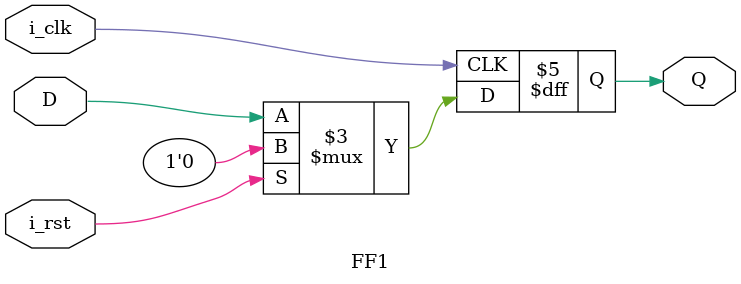
<source format=sv>
module FF32(i_clk, i_rst, D, Q);
input i_clk, i_rst;
input logic [31:0] D;
output logic [31:0] Q;

always@(posedge i_clk) begin
	if (!i_rst)
		Q <= 32'b0;
	else 
		Q <= D;
end
endmodule

module FF1(i_clk, i_rst, D, Q);
input logic i_clk, i_rst;
input logic D;
output logic Q;
always@(posedge i_clk) begin
	if (i_rst)
		Q <= 32'b0;
	else 
		Q <= D;
end
endmodule: FF1
</source>
